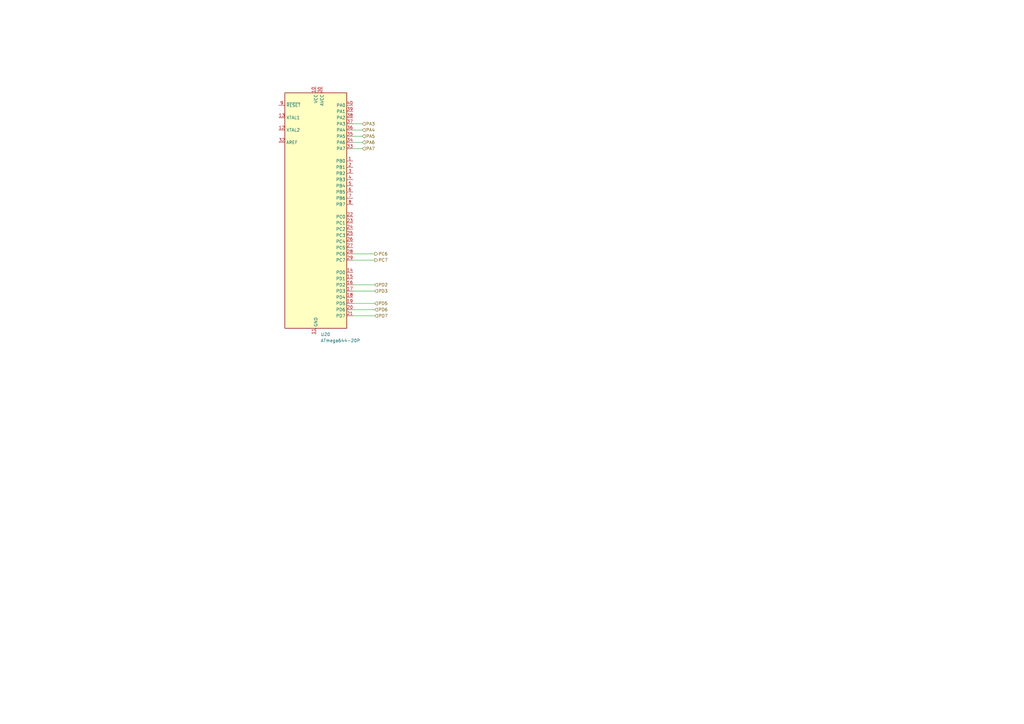
<source format=kicad_sch>
(kicad_sch (version 20230121) (generator eeschema)
  (paper "A3")
  (title_block (date "2023-04-01") (rev "Ahmed Adel") (company "Empironics") (comment 1 "Copy rights reserved by Ahmed Adel"))
  (lib_symbols
    (symbol "MCU_Microchip_ATmega:ATmega644-20P"
      (property "Reference" "U" (at -12.7 49.53 0))
      (property "Value" "ATmega644-20P" (at 2.54 -49.53 0))
      (symbol "ATmega644-20P_0_1"
        (rectangle (start -12.7 -48.26) (end 12.7 48.26) (stroke (width 0.254)) (fill (type background)))
      )
      (symbol "ATmega644-20P_1_1"
        (pin bidirectional line (at 15.24 20.32 180) (length 2.54) (name "PB0") (number "1"))
        (pin power_in line (at 0 50.8 270) (length 2.54) (name "VCC") (number "10"))
        (pin power_in line (at 0 -50.8 90) (length 2.54) (name "GND") (number "11"))
        (pin output line (at -15.24 33.02 0) (length 2.54) (name "XTAL2") (number "12"))
        (pin input line (at -15.24 38.1 0) (length 2.54) (name "XTAL1") (number "13"))
        (pin bidirectional line (at 15.24 -25.4 180) (length 2.54) (name "PD0") (number "14"))
        (pin bidirectional line (at 15.24 -27.94 180) (length 2.54) (name "PD1") (number "15"))
        (pin bidirectional line (at 15.24 -30.48 180) (length 2.54) (name "PD2") (number "16"))
        (pin bidirectional line (at 15.24 -33.02 180) (length 2.54) (name "PD3") (number "17"))
        (pin bidirectional line (at 15.24 -35.56 180) (length 2.54) (name "PD4") (number "18"))
        (pin bidirectional line (at 15.24 -38.1 180) (length 2.54) (name "PD5") (number "19"))
        (pin bidirectional line (at 15.24 17.78 180) (length 2.54) (name "PB1") (number "2"))
        (pin bidirectional line (at 15.24 -40.64 180) (length 2.54) (name "PD6") (number "20"))
        (pin bidirectional line (at 15.24 -43.18 180) (length 2.54) (name "PD7") (number "21"))
        (pin bidirectional line (at 15.24 -2.54 180) (length 2.54) (name "PC0") (number "22"))
        (pin bidirectional line (at 15.24 -5.08 180) (length 2.54) (name "PC1") (number "23"))
        (pin bidirectional line (at 15.24 -7.62 180) (length 2.54) (name "PC2") (number "24"))
        (pin bidirectional line (at 15.24 -10.16 180) (length 2.54) (name "PC3") (number "25"))
        (pin bidirectional line (at 15.24 -12.7 180) (length 2.54) (name "PC4") (number "26"))
        (pin bidirectional line (at 15.24 -15.24 180) (length 2.54) (name "PC5") (number "27"))
        (pin bidirectional line (at 15.24 -17.78 180) (length 2.54) (name "PC6") (number "28"))
        (pin bidirectional line (at 15.24 -20.32 180) (length 2.54) (name "PC7") (number "29"))
        (pin bidirectional line (at 15.24 15.24 180) (length 2.54) (name "PB2") (number "3"))
        (pin power_in line (at 2.54 50.8 270) (length 2.54) (name "AVCC") (number "30"))
        (pin passive line (at 0 -50.8 90) (length 2.54) hide (name "GND") (number "31"))
        (pin passive line (at -15.24 27.94 0) (length 2.54) (name "AREF") (number "32"))
        (pin bidirectional line (at 15.24 25.4 180) (length 2.54) (name "PA7") (number "33"))
        (pin bidirectional line (at 15.24 27.94 180) (length 2.54) (name "PA6") (number "34"))
        (pin bidirectional line (at 15.24 30.48 180) (length 2.54) (name "PA5") (number "35"))
        (pin bidirectional line (at 15.24 33.02 180) (length 2.54) (name "PA4") (number "36"))
        (pin bidirectional line (at 15.24 35.56 180) (length 2.54) (name "PA3") (number "37"))
        (pin bidirectional line (at 15.24 38.1 180) (length 2.54) (name "PA2") (number "38"))
        (pin bidirectional line (at 15.24 40.64 180) (length 2.54) (name "PA1") (number "39"))
        (pin bidirectional line (at 15.24 12.7 180) (length 2.54) (name "PB3") (number "4"))
        (pin bidirectional line (at 15.24 43.18 180) (length 2.54) (name "PA0") (number "40"))
        (pin bidirectional line (at 15.24 10.16 180) (length 2.54) (name "PB4") (number "5"))
        (pin bidirectional line (at 15.24 7.62 180) (length 2.54) (name "PB5") (number "6"))
        (pin bidirectional line (at 15.24 5.08 180) (length 2.54) (name "PB6") (number "7"))
        (pin bidirectional line (at 15.24 2.54 180) (length 2.54) (name "PB7") (number "8"))
        (pin input line (at -15.24 43.18 0) (length 2.54) (name "~{RESET}") (number "9"))
      )
    )
  )
  (wire (pts (xy 153.67 129.54) (xy 144.78 129.54)))
  (wire (pts (xy 148.59 55.88) (xy 144.78 55.88)))
  (wire (pts (xy 153.67 124.46) (xy 144.78 124.46)))
  (wire (pts (xy 153.67 127) (xy 144.78 127)))
  (wire (pts (xy 153.67 104.14) (xy 144.78 104.14)))
  (wire (pts (xy 148.59 60.96) (xy 144.78 60.96)))
  (wire (pts (xy 148.59 58.42) (xy 144.78 58.42)))
  (wire (pts (xy 144.78 119.38) (xy 153.67 119.38)))
  (wire (pts (xy 144.78 106.68) (xy 153.67 106.68)))
  (wire (pts (xy 148.59 53.34) (xy 144.78 53.34)))
  (wire (pts (xy 148.59 50.8) (xy 144.78 50.8)))
  (wire (pts (xy 153.67 116.84) (xy 144.78 116.84)))
  (hierarchical_label "PA5" (shape input) (at 148.59 55.88 0))
  (hierarchical_label "PA4" (shape input) (at 148.59 53.34 0))
  (hierarchical_label "PC7" (shape output) (at 153.67 106.68 0))
  (hierarchical_label "PD2" (shape input) (at 153.67 116.84 0))
  (hierarchical_label "PA3" (shape input) (at 148.59 50.8 0))
  (hierarchical_label "PD3" (shape input) (at 153.67 119.38 0))
  (hierarchical_label "PA6" (shape input) (at 148.59 58.42 0))
  (hierarchical_label "PD6" (shape input) (at 153.67 127 0))
  (hierarchical_label "PC6" (shape output) (at 153.67 104.14 0))
  (hierarchical_label "PA7" (shape input) (at 148.59 60.96 0))
  (hierarchical_label "PD5" (shape input) (at 153.67 124.46 0))
  (hierarchical_label "PD7" (shape input) (at 153.67 129.54 0))
  (symbol (lib_id "MCU_Microchip_ATmega:ATmega644-20P") (at 129.54 86.36 0) (unit 1)
    (property "Reference" "U20" (at 131.4959 137.16 0) (effects (justify left)))
    (property "Value" "ATmega644-20P" (at 131.4959 139.7 0) (effects (justify left)))
    (property "Footprint" "Package_DIP:DIP-40_W15.24mm" (effects hide))
    (property "Datasheet" "http://ww1.microchip.com/downloads/en/DeviceDoc/doc2593.pdf" (effects hide))
  )
)
</source>
